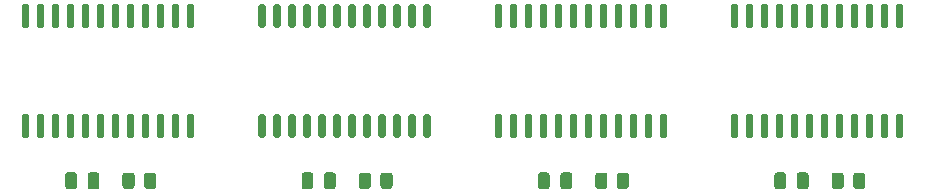
<source format=gbp>
G04 #@! TF.GenerationSoftware,KiCad,Pcbnew,(5.1.9)-1*
G04 #@! TF.CreationDate,2021-03-16T21:09:54+08:00*
G04 #@! TF.ProjectId,driver,64726976-6572-42e6-9b69-6361645f7063,v1.0*
G04 #@! TF.SameCoordinates,Original*
G04 #@! TF.FileFunction,Paste,Bot*
G04 #@! TF.FilePolarity,Positive*
%FSLAX46Y46*%
G04 Gerber Fmt 4.6, Leading zero omitted, Abs format (unit mm)*
G04 Created by KiCad (PCBNEW (5.1.9)-1) date 2021-03-16 21:09:54*
%MOMM*%
%LPD*%
G01*
G04 APERTURE LIST*
G04 APERTURE END LIST*
G36*
G01*
X112268800Y-59020402D02*
X112268800Y-58120398D01*
G75*
G02*
X112518798Y-57870400I249998J0D01*
G01*
X113043802Y-57870400D01*
G75*
G02*
X113293800Y-58120398I0J-249998D01*
G01*
X113293800Y-59020402D01*
G75*
G02*
X113043802Y-59270400I-249998J0D01*
G01*
X112518798Y-59270400D01*
G75*
G02*
X112268800Y-59020402I0J249998D01*
G01*
G37*
G36*
G01*
X110443800Y-59020402D02*
X110443800Y-58120398D01*
G75*
G02*
X110693798Y-57870400I249998J0D01*
G01*
X111218802Y-57870400D01*
G75*
G02*
X111468800Y-58120398I0J-249998D01*
G01*
X111468800Y-59020402D01*
G75*
G02*
X111218802Y-59270400I-249998J0D01*
G01*
X110693798Y-59270400D01*
G75*
G02*
X110443800Y-59020402I0J249998D01*
G01*
G37*
G36*
G01*
X82077000Y-52899000D02*
X82377000Y-52899000D01*
G75*
G02*
X82527000Y-53049000I0J-150000D01*
G01*
X82527000Y-54799000D01*
G75*
G02*
X82377000Y-54949000I-150000J0D01*
G01*
X82077000Y-54949000D01*
G75*
G02*
X81927000Y-54799000I0J150000D01*
G01*
X81927000Y-53049000D01*
G75*
G02*
X82077000Y-52899000I150000J0D01*
G01*
G37*
G36*
G01*
X83347000Y-52899000D02*
X83647000Y-52899000D01*
G75*
G02*
X83797000Y-53049000I0J-150000D01*
G01*
X83797000Y-54799000D01*
G75*
G02*
X83647000Y-54949000I-150000J0D01*
G01*
X83347000Y-54949000D01*
G75*
G02*
X83197000Y-54799000I0J150000D01*
G01*
X83197000Y-53049000D01*
G75*
G02*
X83347000Y-52899000I150000J0D01*
G01*
G37*
G36*
G01*
X84617000Y-52899000D02*
X84917000Y-52899000D01*
G75*
G02*
X85067000Y-53049000I0J-150000D01*
G01*
X85067000Y-54799000D01*
G75*
G02*
X84917000Y-54949000I-150000J0D01*
G01*
X84617000Y-54949000D01*
G75*
G02*
X84467000Y-54799000I0J150000D01*
G01*
X84467000Y-53049000D01*
G75*
G02*
X84617000Y-52899000I150000J0D01*
G01*
G37*
G36*
G01*
X85887000Y-52899000D02*
X86187000Y-52899000D01*
G75*
G02*
X86337000Y-53049000I0J-150000D01*
G01*
X86337000Y-54799000D01*
G75*
G02*
X86187000Y-54949000I-150000J0D01*
G01*
X85887000Y-54949000D01*
G75*
G02*
X85737000Y-54799000I0J150000D01*
G01*
X85737000Y-53049000D01*
G75*
G02*
X85887000Y-52899000I150000J0D01*
G01*
G37*
G36*
G01*
X87157000Y-52899000D02*
X87457000Y-52899000D01*
G75*
G02*
X87607000Y-53049000I0J-150000D01*
G01*
X87607000Y-54799000D01*
G75*
G02*
X87457000Y-54949000I-150000J0D01*
G01*
X87157000Y-54949000D01*
G75*
G02*
X87007000Y-54799000I0J150000D01*
G01*
X87007000Y-53049000D01*
G75*
G02*
X87157000Y-52899000I150000J0D01*
G01*
G37*
G36*
G01*
X88427000Y-52899000D02*
X88727000Y-52899000D01*
G75*
G02*
X88877000Y-53049000I0J-150000D01*
G01*
X88877000Y-54799000D01*
G75*
G02*
X88727000Y-54949000I-150000J0D01*
G01*
X88427000Y-54949000D01*
G75*
G02*
X88277000Y-54799000I0J150000D01*
G01*
X88277000Y-53049000D01*
G75*
G02*
X88427000Y-52899000I150000J0D01*
G01*
G37*
G36*
G01*
X89697000Y-52899000D02*
X89997000Y-52899000D01*
G75*
G02*
X90147000Y-53049000I0J-150000D01*
G01*
X90147000Y-54799000D01*
G75*
G02*
X89997000Y-54949000I-150000J0D01*
G01*
X89697000Y-54949000D01*
G75*
G02*
X89547000Y-54799000I0J150000D01*
G01*
X89547000Y-53049000D01*
G75*
G02*
X89697000Y-52899000I150000J0D01*
G01*
G37*
G36*
G01*
X90967000Y-52899000D02*
X91267000Y-52899000D01*
G75*
G02*
X91417000Y-53049000I0J-150000D01*
G01*
X91417000Y-54799000D01*
G75*
G02*
X91267000Y-54949000I-150000J0D01*
G01*
X90967000Y-54949000D01*
G75*
G02*
X90817000Y-54799000I0J150000D01*
G01*
X90817000Y-53049000D01*
G75*
G02*
X90967000Y-52899000I150000J0D01*
G01*
G37*
G36*
G01*
X92237000Y-52899000D02*
X92537000Y-52899000D01*
G75*
G02*
X92687000Y-53049000I0J-150000D01*
G01*
X92687000Y-54799000D01*
G75*
G02*
X92537000Y-54949000I-150000J0D01*
G01*
X92237000Y-54949000D01*
G75*
G02*
X92087000Y-54799000I0J150000D01*
G01*
X92087000Y-53049000D01*
G75*
G02*
X92237000Y-52899000I150000J0D01*
G01*
G37*
G36*
G01*
X93507000Y-52899000D02*
X93807000Y-52899000D01*
G75*
G02*
X93957000Y-53049000I0J-150000D01*
G01*
X93957000Y-54799000D01*
G75*
G02*
X93807000Y-54949000I-150000J0D01*
G01*
X93507000Y-54949000D01*
G75*
G02*
X93357000Y-54799000I0J150000D01*
G01*
X93357000Y-53049000D01*
G75*
G02*
X93507000Y-52899000I150000J0D01*
G01*
G37*
G36*
G01*
X94777000Y-52899000D02*
X95077000Y-52899000D01*
G75*
G02*
X95227000Y-53049000I0J-150000D01*
G01*
X95227000Y-54799000D01*
G75*
G02*
X95077000Y-54949000I-150000J0D01*
G01*
X94777000Y-54949000D01*
G75*
G02*
X94627000Y-54799000I0J150000D01*
G01*
X94627000Y-53049000D01*
G75*
G02*
X94777000Y-52899000I150000J0D01*
G01*
G37*
G36*
G01*
X96047000Y-52899000D02*
X96347000Y-52899000D01*
G75*
G02*
X96497000Y-53049000I0J-150000D01*
G01*
X96497000Y-54799000D01*
G75*
G02*
X96347000Y-54949000I-150000J0D01*
G01*
X96047000Y-54949000D01*
G75*
G02*
X95897000Y-54799000I0J150000D01*
G01*
X95897000Y-53049000D01*
G75*
G02*
X96047000Y-52899000I150000J0D01*
G01*
G37*
G36*
G01*
X96047000Y-43599000D02*
X96347000Y-43599000D01*
G75*
G02*
X96497000Y-43749000I0J-150000D01*
G01*
X96497000Y-45499000D01*
G75*
G02*
X96347000Y-45649000I-150000J0D01*
G01*
X96047000Y-45649000D01*
G75*
G02*
X95897000Y-45499000I0J150000D01*
G01*
X95897000Y-43749000D01*
G75*
G02*
X96047000Y-43599000I150000J0D01*
G01*
G37*
G36*
G01*
X94777000Y-43599000D02*
X95077000Y-43599000D01*
G75*
G02*
X95227000Y-43749000I0J-150000D01*
G01*
X95227000Y-45499000D01*
G75*
G02*
X95077000Y-45649000I-150000J0D01*
G01*
X94777000Y-45649000D01*
G75*
G02*
X94627000Y-45499000I0J150000D01*
G01*
X94627000Y-43749000D01*
G75*
G02*
X94777000Y-43599000I150000J0D01*
G01*
G37*
G36*
G01*
X93507000Y-43599000D02*
X93807000Y-43599000D01*
G75*
G02*
X93957000Y-43749000I0J-150000D01*
G01*
X93957000Y-45499000D01*
G75*
G02*
X93807000Y-45649000I-150000J0D01*
G01*
X93507000Y-45649000D01*
G75*
G02*
X93357000Y-45499000I0J150000D01*
G01*
X93357000Y-43749000D01*
G75*
G02*
X93507000Y-43599000I150000J0D01*
G01*
G37*
G36*
G01*
X92237000Y-43599000D02*
X92537000Y-43599000D01*
G75*
G02*
X92687000Y-43749000I0J-150000D01*
G01*
X92687000Y-45499000D01*
G75*
G02*
X92537000Y-45649000I-150000J0D01*
G01*
X92237000Y-45649000D01*
G75*
G02*
X92087000Y-45499000I0J150000D01*
G01*
X92087000Y-43749000D01*
G75*
G02*
X92237000Y-43599000I150000J0D01*
G01*
G37*
G36*
G01*
X90967000Y-43599000D02*
X91267000Y-43599000D01*
G75*
G02*
X91417000Y-43749000I0J-150000D01*
G01*
X91417000Y-45499000D01*
G75*
G02*
X91267000Y-45649000I-150000J0D01*
G01*
X90967000Y-45649000D01*
G75*
G02*
X90817000Y-45499000I0J150000D01*
G01*
X90817000Y-43749000D01*
G75*
G02*
X90967000Y-43599000I150000J0D01*
G01*
G37*
G36*
G01*
X89697000Y-43599000D02*
X89997000Y-43599000D01*
G75*
G02*
X90147000Y-43749000I0J-150000D01*
G01*
X90147000Y-45499000D01*
G75*
G02*
X89997000Y-45649000I-150000J0D01*
G01*
X89697000Y-45649000D01*
G75*
G02*
X89547000Y-45499000I0J150000D01*
G01*
X89547000Y-43749000D01*
G75*
G02*
X89697000Y-43599000I150000J0D01*
G01*
G37*
G36*
G01*
X88427000Y-43599000D02*
X88727000Y-43599000D01*
G75*
G02*
X88877000Y-43749000I0J-150000D01*
G01*
X88877000Y-45499000D01*
G75*
G02*
X88727000Y-45649000I-150000J0D01*
G01*
X88427000Y-45649000D01*
G75*
G02*
X88277000Y-45499000I0J150000D01*
G01*
X88277000Y-43749000D01*
G75*
G02*
X88427000Y-43599000I150000J0D01*
G01*
G37*
G36*
G01*
X87157000Y-43599000D02*
X87457000Y-43599000D01*
G75*
G02*
X87607000Y-43749000I0J-150000D01*
G01*
X87607000Y-45499000D01*
G75*
G02*
X87457000Y-45649000I-150000J0D01*
G01*
X87157000Y-45649000D01*
G75*
G02*
X87007000Y-45499000I0J150000D01*
G01*
X87007000Y-43749000D01*
G75*
G02*
X87157000Y-43599000I150000J0D01*
G01*
G37*
G36*
G01*
X85887000Y-43599000D02*
X86187000Y-43599000D01*
G75*
G02*
X86337000Y-43749000I0J-150000D01*
G01*
X86337000Y-45499000D01*
G75*
G02*
X86187000Y-45649000I-150000J0D01*
G01*
X85887000Y-45649000D01*
G75*
G02*
X85737000Y-45499000I0J150000D01*
G01*
X85737000Y-43749000D01*
G75*
G02*
X85887000Y-43599000I150000J0D01*
G01*
G37*
G36*
G01*
X84617000Y-43599000D02*
X84917000Y-43599000D01*
G75*
G02*
X85067000Y-43749000I0J-150000D01*
G01*
X85067000Y-45499000D01*
G75*
G02*
X84917000Y-45649000I-150000J0D01*
G01*
X84617000Y-45649000D01*
G75*
G02*
X84467000Y-45499000I0J150000D01*
G01*
X84467000Y-43749000D01*
G75*
G02*
X84617000Y-43599000I150000J0D01*
G01*
G37*
G36*
G01*
X83347000Y-43599000D02*
X83647000Y-43599000D01*
G75*
G02*
X83797000Y-43749000I0J-150000D01*
G01*
X83797000Y-45499000D01*
G75*
G02*
X83647000Y-45649000I-150000J0D01*
G01*
X83347000Y-45649000D01*
G75*
G02*
X83197000Y-45499000I0J150000D01*
G01*
X83197000Y-43749000D01*
G75*
G02*
X83347000Y-43599000I150000J0D01*
G01*
G37*
G36*
G01*
X82077000Y-43599000D02*
X82377000Y-43599000D01*
G75*
G02*
X82527000Y-43749000I0J-150000D01*
G01*
X82527000Y-45499000D01*
G75*
G02*
X82377000Y-45649000I-150000J0D01*
G01*
X82077000Y-45649000D01*
G75*
G02*
X81927000Y-45499000I0J150000D01*
G01*
X81927000Y-43749000D01*
G75*
G02*
X82077000Y-43599000I150000J0D01*
G01*
G37*
G36*
G01*
X92253600Y-59020402D02*
X92253600Y-58120398D01*
G75*
G02*
X92503598Y-57870400I249998J0D01*
G01*
X93028602Y-57870400D01*
G75*
G02*
X93278600Y-58120398I0J-249998D01*
G01*
X93278600Y-59020402D01*
G75*
G02*
X93028602Y-59270400I-249998J0D01*
G01*
X92503598Y-59270400D01*
G75*
G02*
X92253600Y-59020402I0J249998D01*
G01*
G37*
G36*
G01*
X90428600Y-59020402D02*
X90428600Y-58120398D01*
G75*
G02*
X90678598Y-57870400I249998J0D01*
G01*
X91203602Y-57870400D01*
G75*
G02*
X91453600Y-58120398I0J-249998D01*
G01*
X91453600Y-59020402D01*
G75*
G02*
X91203602Y-59270400I-249998J0D01*
G01*
X90678598Y-59270400D01*
G75*
G02*
X90428600Y-59020402I0J249998D01*
G01*
G37*
G36*
G01*
X102092200Y-52899000D02*
X102392200Y-52899000D01*
G75*
G02*
X102542200Y-53049000I0J-150000D01*
G01*
X102542200Y-54799000D01*
G75*
G02*
X102392200Y-54949000I-150000J0D01*
G01*
X102092200Y-54949000D01*
G75*
G02*
X101942200Y-54799000I0J150000D01*
G01*
X101942200Y-53049000D01*
G75*
G02*
X102092200Y-52899000I150000J0D01*
G01*
G37*
G36*
G01*
X103362200Y-52899000D02*
X103662200Y-52899000D01*
G75*
G02*
X103812200Y-53049000I0J-150000D01*
G01*
X103812200Y-54799000D01*
G75*
G02*
X103662200Y-54949000I-150000J0D01*
G01*
X103362200Y-54949000D01*
G75*
G02*
X103212200Y-54799000I0J150000D01*
G01*
X103212200Y-53049000D01*
G75*
G02*
X103362200Y-52899000I150000J0D01*
G01*
G37*
G36*
G01*
X104632200Y-52899000D02*
X104932200Y-52899000D01*
G75*
G02*
X105082200Y-53049000I0J-150000D01*
G01*
X105082200Y-54799000D01*
G75*
G02*
X104932200Y-54949000I-150000J0D01*
G01*
X104632200Y-54949000D01*
G75*
G02*
X104482200Y-54799000I0J150000D01*
G01*
X104482200Y-53049000D01*
G75*
G02*
X104632200Y-52899000I150000J0D01*
G01*
G37*
G36*
G01*
X105902200Y-52899000D02*
X106202200Y-52899000D01*
G75*
G02*
X106352200Y-53049000I0J-150000D01*
G01*
X106352200Y-54799000D01*
G75*
G02*
X106202200Y-54949000I-150000J0D01*
G01*
X105902200Y-54949000D01*
G75*
G02*
X105752200Y-54799000I0J150000D01*
G01*
X105752200Y-53049000D01*
G75*
G02*
X105902200Y-52899000I150000J0D01*
G01*
G37*
G36*
G01*
X107172200Y-52899000D02*
X107472200Y-52899000D01*
G75*
G02*
X107622200Y-53049000I0J-150000D01*
G01*
X107622200Y-54799000D01*
G75*
G02*
X107472200Y-54949000I-150000J0D01*
G01*
X107172200Y-54949000D01*
G75*
G02*
X107022200Y-54799000I0J150000D01*
G01*
X107022200Y-53049000D01*
G75*
G02*
X107172200Y-52899000I150000J0D01*
G01*
G37*
G36*
G01*
X108442200Y-52899000D02*
X108742200Y-52899000D01*
G75*
G02*
X108892200Y-53049000I0J-150000D01*
G01*
X108892200Y-54799000D01*
G75*
G02*
X108742200Y-54949000I-150000J0D01*
G01*
X108442200Y-54949000D01*
G75*
G02*
X108292200Y-54799000I0J150000D01*
G01*
X108292200Y-53049000D01*
G75*
G02*
X108442200Y-52899000I150000J0D01*
G01*
G37*
G36*
G01*
X109712200Y-52899000D02*
X110012200Y-52899000D01*
G75*
G02*
X110162200Y-53049000I0J-150000D01*
G01*
X110162200Y-54799000D01*
G75*
G02*
X110012200Y-54949000I-150000J0D01*
G01*
X109712200Y-54949000D01*
G75*
G02*
X109562200Y-54799000I0J150000D01*
G01*
X109562200Y-53049000D01*
G75*
G02*
X109712200Y-52899000I150000J0D01*
G01*
G37*
G36*
G01*
X110982200Y-52899000D02*
X111282200Y-52899000D01*
G75*
G02*
X111432200Y-53049000I0J-150000D01*
G01*
X111432200Y-54799000D01*
G75*
G02*
X111282200Y-54949000I-150000J0D01*
G01*
X110982200Y-54949000D01*
G75*
G02*
X110832200Y-54799000I0J150000D01*
G01*
X110832200Y-53049000D01*
G75*
G02*
X110982200Y-52899000I150000J0D01*
G01*
G37*
G36*
G01*
X112252200Y-52899000D02*
X112552200Y-52899000D01*
G75*
G02*
X112702200Y-53049000I0J-150000D01*
G01*
X112702200Y-54799000D01*
G75*
G02*
X112552200Y-54949000I-150000J0D01*
G01*
X112252200Y-54949000D01*
G75*
G02*
X112102200Y-54799000I0J150000D01*
G01*
X112102200Y-53049000D01*
G75*
G02*
X112252200Y-52899000I150000J0D01*
G01*
G37*
G36*
G01*
X113522200Y-52899000D02*
X113822200Y-52899000D01*
G75*
G02*
X113972200Y-53049000I0J-150000D01*
G01*
X113972200Y-54799000D01*
G75*
G02*
X113822200Y-54949000I-150000J0D01*
G01*
X113522200Y-54949000D01*
G75*
G02*
X113372200Y-54799000I0J150000D01*
G01*
X113372200Y-53049000D01*
G75*
G02*
X113522200Y-52899000I150000J0D01*
G01*
G37*
G36*
G01*
X114792200Y-52899000D02*
X115092200Y-52899000D01*
G75*
G02*
X115242200Y-53049000I0J-150000D01*
G01*
X115242200Y-54799000D01*
G75*
G02*
X115092200Y-54949000I-150000J0D01*
G01*
X114792200Y-54949000D01*
G75*
G02*
X114642200Y-54799000I0J150000D01*
G01*
X114642200Y-53049000D01*
G75*
G02*
X114792200Y-52899000I150000J0D01*
G01*
G37*
G36*
G01*
X116062200Y-52899000D02*
X116362200Y-52899000D01*
G75*
G02*
X116512200Y-53049000I0J-150000D01*
G01*
X116512200Y-54799000D01*
G75*
G02*
X116362200Y-54949000I-150000J0D01*
G01*
X116062200Y-54949000D01*
G75*
G02*
X115912200Y-54799000I0J150000D01*
G01*
X115912200Y-53049000D01*
G75*
G02*
X116062200Y-52899000I150000J0D01*
G01*
G37*
G36*
G01*
X116062200Y-43599000D02*
X116362200Y-43599000D01*
G75*
G02*
X116512200Y-43749000I0J-150000D01*
G01*
X116512200Y-45499000D01*
G75*
G02*
X116362200Y-45649000I-150000J0D01*
G01*
X116062200Y-45649000D01*
G75*
G02*
X115912200Y-45499000I0J150000D01*
G01*
X115912200Y-43749000D01*
G75*
G02*
X116062200Y-43599000I150000J0D01*
G01*
G37*
G36*
G01*
X114792200Y-43599000D02*
X115092200Y-43599000D01*
G75*
G02*
X115242200Y-43749000I0J-150000D01*
G01*
X115242200Y-45499000D01*
G75*
G02*
X115092200Y-45649000I-150000J0D01*
G01*
X114792200Y-45649000D01*
G75*
G02*
X114642200Y-45499000I0J150000D01*
G01*
X114642200Y-43749000D01*
G75*
G02*
X114792200Y-43599000I150000J0D01*
G01*
G37*
G36*
G01*
X113522200Y-43599000D02*
X113822200Y-43599000D01*
G75*
G02*
X113972200Y-43749000I0J-150000D01*
G01*
X113972200Y-45499000D01*
G75*
G02*
X113822200Y-45649000I-150000J0D01*
G01*
X113522200Y-45649000D01*
G75*
G02*
X113372200Y-45499000I0J150000D01*
G01*
X113372200Y-43749000D01*
G75*
G02*
X113522200Y-43599000I150000J0D01*
G01*
G37*
G36*
G01*
X112252200Y-43599000D02*
X112552200Y-43599000D01*
G75*
G02*
X112702200Y-43749000I0J-150000D01*
G01*
X112702200Y-45499000D01*
G75*
G02*
X112552200Y-45649000I-150000J0D01*
G01*
X112252200Y-45649000D01*
G75*
G02*
X112102200Y-45499000I0J150000D01*
G01*
X112102200Y-43749000D01*
G75*
G02*
X112252200Y-43599000I150000J0D01*
G01*
G37*
G36*
G01*
X110982200Y-43599000D02*
X111282200Y-43599000D01*
G75*
G02*
X111432200Y-43749000I0J-150000D01*
G01*
X111432200Y-45499000D01*
G75*
G02*
X111282200Y-45649000I-150000J0D01*
G01*
X110982200Y-45649000D01*
G75*
G02*
X110832200Y-45499000I0J150000D01*
G01*
X110832200Y-43749000D01*
G75*
G02*
X110982200Y-43599000I150000J0D01*
G01*
G37*
G36*
G01*
X109712200Y-43599000D02*
X110012200Y-43599000D01*
G75*
G02*
X110162200Y-43749000I0J-150000D01*
G01*
X110162200Y-45499000D01*
G75*
G02*
X110012200Y-45649000I-150000J0D01*
G01*
X109712200Y-45649000D01*
G75*
G02*
X109562200Y-45499000I0J150000D01*
G01*
X109562200Y-43749000D01*
G75*
G02*
X109712200Y-43599000I150000J0D01*
G01*
G37*
G36*
G01*
X108442200Y-43599000D02*
X108742200Y-43599000D01*
G75*
G02*
X108892200Y-43749000I0J-150000D01*
G01*
X108892200Y-45499000D01*
G75*
G02*
X108742200Y-45649000I-150000J0D01*
G01*
X108442200Y-45649000D01*
G75*
G02*
X108292200Y-45499000I0J150000D01*
G01*
X108292200Y-43749000D01*
G75*
G02*
X108442200Y-43599000I150000J0D01*
G01*
G37*
G36*
G01*
X107172200Y-43599000D02*
X107472200Y-43599000D01*
G75*
G02*
X107622200Y-43749000I0J-150000D01*
G01*
X107622200Y-45499000D01*
G75*
G02*
X107472200Y-45649000I-150000J0D01*
G01*
X107172200Y-45649000D01*
G75*
G02*
X107022200Y-45499000I0J150000D01*
G01*
X107022200Y-43749000D01*
G75*
G02*
X107172200Y-43599000I150000J0D01*
G01*
G37*
G36*
G01*
X105902200Y-43599000D02*
X106202200Y-43599000D01*
G75*
G02*
X106352200Y-43749000I0J-150000D01*
G01*
X106352200Y-45499000D01*
G75*
G02*
X106202200Y-45649000I-150000J0D01*
G01*
X105902200Y-45649000D01*
G75*
G02*
X105752200Y-45499000I0J150000D01*
G01*
X105752200Y-43749000D01*
G75*
G02*
X105902200Y-43599000I150000J0D01*
G01*
G37*
G36*
G01*
X104632200Y-43599000D02*
X104932200Y-43599000D01*
G75*
G02*
X105082200Y-43749000I0J-150000D01*
G01*
X105082200Y-45499000D01*
G75*
G02*
X104932200Y-45649000I-150000J0D01*
G01*
X104632200Y-45649000D01*
G75*
G02*
X104482200Y-45499000I0J150000D01*
G01*
X104482200Y-43749000D01*
G75*
G02*
X104632200Y-43599000I150000J0D01*
G01*
G37*
G36*
G01*
X103362200Y-43599000D02*
X103662200Y-43599000D01*
G75*
G02*
X103812200Y-43749000I0J-150000D01*
G01*
X103812200Y-45499000D01*
G75*
G02*
X103662200Y-45649000I-150000J0D01*
G01*
X103362200Y-45649000D01*
G75*
G02*
X103212200Y-45499000I0J150000D01*
G01*
X103212200Y-43749000D01*
G75*
G02*
X103362200Y-43599000I150000J0D01*
G01*
G37*
G36*
G01*
X102092200Y-43599000D02*
X102392200Y-43599000D01*
G75*
G02*
X102542200Y-43749000I0J-150000D01*
G01*
X102542200Y-45499000D01*
G75*
G02*
X102392200Y-45649000I-150000J0D01*
G01*
X102092200Y-45649000D01*
G75*
G02*
X101942200Y-45499000I0J150000D01*
G01*
X101942200Y-43749000D01*
G75*
G02*
X102092200Y-43599000I150000J0D01*
G01*
G37*
G36*
G01*
X106592800Y-58095400D02*
X106592800Y-59045400D01*
G75*
G02*
X106342800Y-59295400I-250000J0D01*
G01*
X105842800Y-59295400D01*
G75*
G02*
X105592800Y-59045400I0J250000D01*
G01*
X105592800Y-58095400D01*
G75*
G02*
X105842800Y-57845400I250000J0D01*
G01*
X106342800Y-57845400D01*
G75*
G02*
X106592800Y-58095400I0J-250000D01*
G01*
G37*
G36*
G01*
X108492800Y-58095400D02*
X108492800Y-59045400D01*
G75*
G02*
X108242800Y-59295400I-250000J0D01*
G01*
X107742800Y-59295400D01*
G75*
G02*
X107492800Y-59045400I0J250000D01*
G01*
X107492800Y-58095400D01*
G75*
G02*
X107742800Y-57845400I250000J0D01*
G01*
X108242800Y-57845400D01*
G75*
G02*
X108492800Y-58095400I0J-250000D01*
G01*
G37*
G36*
G01*
X86577600Y-58095400D02*
X86577600Y-59045400D01*
G75*
G02*
X86327600Y-59295400I-250000J0D01*
G01*
X85827600Y-59295400D01*
G75*
G02*
X85577600Y-59045400I0J250000D01*
G01*
X85577600Y-58095400D01*
G75*
G02*
X85827600Y-57845400I250000J0D01*
G01*
X86327600Y-57845400D01*
G75*
G02*
X86577600Y-58095400I0J-250000D01*
G01*
G37*
G36*
G01*
X88477600Y-58095400D02*
X88477600Y-59045400D01*
G75*
G02*
X88227600Y-59295400I-250000J0D01*
G01*
X87727600Y-59295400D01*
G75*
G02*
X87477600Y-59045400I0J250000D01*
G01*
X87477600Y-58095400D01*
G75*
G02*
X87727600Y-57845400I250000J0D01*
G01*
X88227600Y-57845400D01*
G75*
G02*
X88477600Y-58095400I0J-250000D01*
G01*
G37*
G36*
G01*
X42046600Y-52899000D02*
X42346600Y-52899000D01*
G75*
G02*
X42496600Y-53049000I0J-150000D01*
G01*
X42496600Y-54799000D01*
G75*
G02*
X42346600Y-54949000I-150000J0D01*
G01*
X42046600Y-54949000D01*
G75*
G02*
X41896600Y-54799000I0J150000D01*
G01*
X41896600Y-53049000D01*
G75*
G02*
X42046600Y-52899000I150000J0D01*
G01*
G37*
G36*
G01*
X43316600Y-52899000D02*
X43616600Y-52899000D01*
G75*
G02*
X43766600Y-53049000I0J-150000D01*
G01*
X43766600Y-54799000D01*
G75*
G02*
X43616600Y-54949000I-150000J0D01*
G01*
X43316600Y-54949000D01*
G75*
G02*
X43166600Y-54799000I0J150000D01*
G01*
X43166600Y-53049000D01*
G75*
G02*
X43316600Y-52899000I150000J0D01*
G01*
G37*
G36*
G01*
X44586600Y-52899000D02*
X44886600Y-52899000D01*
G75*
G02*
X45036600Y-53049000I0J-150000D01*
G01*
X45036600Y-54799000D01*
G75*
G02*
X44886600Y-54949000I-150000J0D01*
G01*
X44586600Y-54949000D01*
G75*
G02*
X44436600Y-54799000I0J150000D01*
G01*
X44436600Y-53049000D01*
G75*
G02*
X44586600Y-52899000I150000J0D01*
G01*
G37*
G36*
G01*
X45856600Y-52899000D02*
X46156600Y-52899000D01*
G75*
G02*
X46306600Y-53049000I0J-150000D01*
G01*
X46306600Y-54799000D01*
G75*
G02*
X46156600Y-54949000I-150000J0D01*
G01*
X45856600Y-54949000D01*
G75*
G02*
X45706600Y-54799000I0J150000D01*
G01*
X45706600Y-53049000D01*
G75*
G02*
X45856600Y-52899000I150000J0D01*
G01*
G37*
G36*
G01*
X47126600Y-52899000D02*
X47426600Y-52899000D01*
G75*
G02*
X47576600Y-53049000I0J-150000D01*
G01*
X47576600Y-54799000D01*
G75*
G02*
X47426600Y-54949000I-150000J0D01*
G01*
X47126600Y-54949000D01*
G75*
G02*
X46976600Y-54799000I0J150000D01*
G01*
X46976600Y-53049000D01*
G75*
G02*
X47126600Y-52899000I150000J0D01*
G01*
G37*
G36*
G01*
X48396600Y-52899000D02*
X48696600Y-52899000D01*
G75*
G02*
X48846600Y-53049000I0J-150000D01*
G01*
X48846600Y-54799000D01*
G75*
G02*
X48696600Y-54949000I-150000J0D01*
G01*
X48396600Y-54949000D01*
G75*
G02*
X48246600Y-54799000I0J150000D01*
G01*
X48246600Y-53049000D01*
G75*
G02*
X48396600Y-52899000I150000J0D01*
G01*
G37*
G36*
G01*
X49666600Y-52899000D02*
X49966600Y-52899000D01*
G75*
G02*
X50116600Y-53049000I0J-150000D01*
G01*
X50116600Y-54799000D01*
G75*
G02*
X49966600Y-54949000I-150000J0D01*
G01*
X49666600Y-54949000D01*
G75*
G02*
X49516600Y-54799000I0J150000D01*
G01*
X49516600Y-53049000D01*
G75*
G02*
X49666600Y-52899000I150000J0D01*
G01*
G37*
G36*
G01*
X50936600Y-52899000D02*
X51236600Y-52899000D01*
G75*
G02*
X51386600Y-53049000I0J-150000D01*
G01*
X51386600Y-54799000D01*
G75*
G02*
X51236600Y-54949000I-150000J0D01*
G01*
X50936600Y-54949000D01*
G75*
G02*
X50786600Y-54799000I0J150000D01*
G01*
X50786600Y-53049000D01*
G75*
G02*
X50936600Y-52899000I150000J0D01*
G01*
G37*
G36*
G01*
X52206600Y-52899000D02*
X52506600Y-52899000D01*
G75*
G02*
X52656600Y-53049000I0J-150000D01*
G01*
X52656600Y-54799000D01*
G75*
G02*
X52506600Y-54949000I-150000J0D01*
G01*
X52206600Y-54949000D01*
G75*
G02*
X52056600Y-54799000I0J150000D01*
G01*
X52056600Y-53049000D01*
G75*
G02*
X52206600Y-52899000I150000J0D01*
G01*
G37*
G36*
G01*
X53476600Y-52899000D02*
X53776600Y-52899000D01*
G75*
G02*
X53926600Y-53049000I0J-150000D01*
G01*
X53926600Y-54799000D01*
G75*
G02*
X53776600Y-54949000I-150000J0D01*
G01*
X53476600Y-54949000D01*
G75*
G02*
X53326600Y-54799000I0J150000D01*
G01*
X53326600Y-53049000D01*
G75*
G02*
X53476600Y-52899000I150000J0D01*
G01*
G37*
G36*
G01*
X54746600Y-52899000D02*
X55046600Y-52899000D01*
G75*
G02*
X55196600Y-53049000I0J-150000D01*
G01*
X55196600Y-54799000D01*
G75*
G02*
X55046600Y-54949000I-150000J0D01*
G01*
X54746600Y-54949000D01*
G75*
G02*
X54596600Y-54799000I0J150000D01*
G01*
X54596600Y-53049000D01*
G75*
G02*
X54746600Y-52899000I150000J0D01*
G01*
G37*
G36*
G01*
X56016600Y-52899000D02*
X56316600Y-52899000D01*
G75*
G02*
X56466600Y-53049000I0J-150000D01*
G01*
X56466600Y-54799000D01*
G75*
G02*
X56316600Y-54949000I-150000J0D01*
G01*
X56016600Y-54949000D01*
G75*
G02*
X55866600Y-54799000I0J150000D01*
G01*
X55866600Y-53049000D01*
G75*
G02*
X56016600Y-52899000I150000J0D01*
G01*
G37*
G36*
G01*
X56016600Y-43599000D02*
X56316600Y-43599000D01*
G75*
G02*
X56466600Y-43749000I0J-150000D01*
G01*
X56466600Y-45499000D01*
G75*
G02*
X56316600Y-45649000I-150000J0D01*
G01*
X56016600Y-45649000D01*
G75*
G02*
X55866600Y-45499000I0J150000D01*
G01*
X55866600Y-43749000D01*
G75*
G02*
X56016600Y-43599000I150000J0D01*
G01*
G37*
G36*
G01*
X54746600Y-43599000D02*
X55046600Y-43599000D01*
G75*
G02*
X55196600Y-43749000I0J-150000D01*
G01*
X55196600Y-45499000D01*
G75*
G02*
X55046600Y-45649000I-150000J0D01*
G01*
X54746600Y-45649000D01*
G75*
G02*
X54596600Y-45499000I0J150000D01*
G01*
X54596600Y-43749000D01*
G75*
G02*
X54746600Y-43599000I150000J0D01*
G01*
G37*
G36*
G01*
X53476600Y-43599000D02*
X53776600Y-43599000D01*
G75*
G02*
X53926600Y-43749000I0J-150000D01*
G01*
X53926600Y-45499000D01*
G75*
G02*
X53776600Y-45649000I-150000J0D01*
G01*
X53476600Y-45649000D01*
G75*
G02*
X53326600Y-45499000I0J150000D01*
G01*
X53326600Y-43749000D01*
G75*
G02*
X53476600Y-43599000I150000J0D01*
G01*
G37*
G36*
G01*
X52206600Y-43599000D02*
X52506600Y-43599000D01*
G75*
G02*
X52656600Y-43749000I0J-150000D01*
G01*
X52656600Y-45499000D01*
G75*
G02*
X52506600Y-45649000I-150000J0D01*
G01*
X52206600Y-45649000D01*
G75*
G02*
X52056600Y-45499000I0J150000D01*
G01*
X52056600Y-43749000D01*
G75*
G02*
X52206600Y-43599000I150000J0D01*
G01*
G37*
G36*
G01*
X50936600Y-43599000D02*
X51236600Y-43599000D01*
G75*
G02*
X51386600Y-43749000I0J-150000D01*
G01*
X51386600Y-45499000D01*
G75*
G02*
X51236600Y-45649000I-150000J0D01*
G01*
X50936600Y-45649000D01*
G75*
G02*
X50786600Y-45499000I0J150000D01*
G01*
X50786600Y-43749000D01*
G75*
G02*
X50936600Y-43599000I150000J0D01*
G01*
G37*
G36*
G01*
X49666600Y-43599000D02*
X49966600Y-43599000D01*
G75*
G02*
X50116600Y-43749000I0J-150000D01*
G01*
X50116600Y-45499000D01*
G75*
G02*
X49966600Y-45649000I-150000J0D01*
G01*
X49666600Y-45649000D01*
G75*
G02*
X49516600Y-45499000I0J150000D01*
G01*
X49516600Y-43749000D01*
G75*
G02*
X49666600Y-43599000I150000J0D01*
G01*
G37*
G36*
G01*
X48396600Y-43599000D02*
X48696600Y-43599000D01*
G75*
G02*
X48846600Y-43749000I0J-150000D01*
G01*
X48846600Y-45499000D01*
G75*
G02*
X48696600Y-45649000I-150000J0D01*
G01*
X48396600Y-45649000D01*
G75*
G02*
X48246600Y-45499000I0J150000D01*
G01*
X48246600Y-43749000D01*
G75*
G02*
X48396600Y-43599000I150000J0D01*
G01*
G37*
G36*
G01*
X47126600Y-43599000D02*
X47426600Y-43599000D01*
G75*
G02*
X47576600Y-43749000I0J-150000D01*
G01*
X47576600Y-45499000D01*
G75*
G02*
X47426600Y-45649000I-150000J0D01*
G01*
X47126600Y-45649000D01*
G75*
G02*
X46976600Y-45499000I0J150000D01*
G01*
X46976600Y-43749000D01*
G75*
G02*
X47126600Y-43599000I150000J0D01*
G01*
G37*
G36*
G01*
X45856600Y-43599000D02*
X46156600Y-43599000D01*
G75*
G02*
X46306600Y-43749000I0J-150000D01*
G01*
X46306600Y-45499000D01*
G75*
G02*
X46156600Y-45649000I-150000J0D01*
G01*
X45856600Y-45649000D01*
G75*
G02*
X45706600Y-45499000I0J150000D01*
G01*
X45706600Y-43749000D01*
G75*
G02*
X45856600Y-43599000I150000J0D01*
G01*
G37*
G36*
G01*
X44586600Y-43599000D02*
X44886600Y-43599000D01*
G75*
G02*
X45036600Y-43749000I0J-150000D01*
G01*
X45036600Y-45499000D01*
G75*
G02*
X44886600Y-45649000I-150000J0D01*
G01*
X44586600Y-45649000D01*
G75*
G02*
X44436600Y-45499000I0J150000D01*
G01*
X44436600Y-43749000D01*
G75*
G02*
X44586600Y-43599000I150000J0D01*
G01*
G37*
G36*
G01*
X43316600Y-43599000D02*
X43616600Y-43599000D01*
G75*
G02*
X43766600Y-43749000I0J-150000D01*
G01*
X43766600Y-45499000D01*
G75*
G02*
X43616600Y-45649000I-150000J0D01*
G01*
X43316600Y-45649000D01*
G75*
G02*
X43166600Y-45499000I0J150000D01*
G01*
X43166600Y-43749000D01*
G75*
G02*
X43316600Y-43599000I150000J0D01*
G01*
G37*
G36*
G01*
X42046600Y-43599000D02*
X42346600Y-43599000D01*
G75*
G02*
X42496600Y-43749000I0J-150000D01*
G01*
X42496600Y-45499000D01*
G75*
G02*
X42346600Y-45649000I-150000J0D01*
G01*
X42046600Y-45649000D01*
G75*
G02*
X41896600Y-45499000I0J150000D01*
G01*
X41896600Y-43749000D01*
G75*
G02*
X42046600Y-43599000I150000J0D01*
G01*
G37*
G36*
G01*
X72238400Y-59020402D02*
X72238400Y-58120398D01*
G75*
G02*
X72488398Y-57870400I249998J0D01*
G01*
X73013402Y-57870400D01*
G75*
G02*
X73263400Y-58120398I0J-249998D01*
G01*
X73263400Y-59020402D01*
G75*
G02*
X73013402Y-59270400I-249998J0D01*
G01*
X72488398Y-59270400D01*
G75*
G02*
X72238400Y-59020402I0J249998D01*
G01*
G37*
G36*
G01*
X70413400Y-59020402D02*
X70413400Y-58120398D01*
G75*
G02*
X70663398Y-57870400I249998J0D01*
G01*
X71188402Y-57870400D01*
G75*
G02*
X71438400Y-58120398I0J-249998D01*
G01*
X71438400Y-59020402D01*
G75*
G02*
X71188402Y-59270400I-249998J0D01*
G01*
X70663398Y-59270400D01*
G75*
G02*
X70413400Y-59020402I0J249998D01*
G01*
G37*
G36*
G01*
X52223200Y-59020402D02*
X52223200Y-58120398D01*
G75*
G02*
X52473198Y-57870400I249998J0D01*
G01*
X52998202Y-57870400D01*
G75*
G02*
X53248200Y-58120398I0J-249998D01*
G01*
X53248200Y-59020402D01*
G75*
G02*
X52998202Y-59270400I-249998J0D01*
G01*
X52473198Y-59270400D01*
G75*
G02*
X52223200Y-59020402I0J249998D01*
G01*
G37*
G36*
G01*
X50398200Y-59020402D02*
X50398200Y-58120398D01*
G75*
G02*
X50648198Y-57870400I249998J0D01*
G01*
X51173202Y-57870400D01*
G75*
G02*
X51423200Y-58120398I0J-249998D01*
G01*
X51423200Y-59020402D01*
G75*
G02*
X51173202Y-59270400I-249998J0D01*
G01*
X50648198Y-59270400D01*
G75*
G02*
X50398200Y-59020402I0J249998D01*
G01*
G37*
G36*
G01*
X62061800Y-52899000D02*
X62361800Y-52899000D01*
G75*
G02*
X62511800Y-53049000I0J-150000D01*
G01*
X62511800Y-54799000D01*
G75*
G02*
X62361800Y-54949000I-150000J0D01*
G01*
X62061800Y-54949000D01*
G75*
G02*
X61911800Y-54799000I0J150000D01*
G01*
X61911800Y-53049000D01*
G75*
G02*
X62061800Y-52899000I150000J0D01*
G01*
G37*
G36*
G01*
X63331800Y-52899000D02*
X63631800Y-52899000D01*
G75*
G02*
X63781800Y-53049000I0J-150000D01*
G01*
X63781800Y-54799000D01*
G75*
G02*
X63631800Y-54949000I-150000J0D01*
G01*
X63331800Y-54949000D01*
G75*
G02*
X63181800Y-54799000I0J150000D01*
G01*
X63181800Y-53049000D01*
G75*
G02*
X63331800Y-52899000I150000J0D01*
G01*
G37*
G36*
G01*
X64601800Y-52899000D02*
X64901800Y-52899000D01*
G75*
G02*
X65051800Y-53049000I0J-150000D01*
G01*
X65051800Y-54799000D01*
G75*
G02*
X64901800Y-54949000I-150000J0D01*
G01*
X64601800Y-54949000D01*
G75*
G02*
X64451800Y-54799000I0J150000D01*
G01*
X64451800Y-53049000D01*
G75*
G02*
X64601800Y-52899000I150000J0D01*
G01*
G37*
G36*
G01*
X65871800Y-52899000D02*
X66171800Y-52899000D01*
G75*
G02*
X66321800Y-53049000I0J-150000D01*
G01*
X66321800Y-54799000D01*
G75*
G02*
X66171800Y-54949000I-150000J0D01*
G01*
X65871800Y-54949000D01*
G75*
G02*
X65721800Y-54799000I0J150000D01*
G01*
X65721800Y-53049000D01*
G75*
G02*
X65871800Y-52899000I150000J0D01*
G01*
G37*
G36*
G01*
X67141800Y-52899000D02*
X67441800Y-52899000D01*
G75*
G02*
X67591800Y-53049000I0J-150000D01*
G01*
X67591800Y-54799000D01*
G75*
G02*
X67441800Y-54949000I-150000J0D01*
G01*
X67141800Y-54949000D01*
G75*
G02*
X66991800Y-54799000I0J150000D01*
G01*
X66991800Y-53049000D01*
G75*
G02*
X67141800Y-52899000I150000J0D01*
G01*
G37*
G36*
G01*
X68411800Y-52899000D02*
X68711800Y-52899000D01*
G75*
G02*
X68861800Y-53049000I0J-150000D01*
G01*
X68861800Y-54799000D01*
G75*
G02*
X68711800Y-54949000I-150000J0D01*
G01*
X68411800Y-54949000D01*
G75*
G02*
X68261800Y-54799000I0J150000D01*
G01*
X68261800Y-53049000D01*
G75*
G02*
X68411800Y-52899000I150000J0D01*
G01*
G37*
G36*
G01*
X69681800Y-52899000D02*
X69981800Y-52899000D01*
G75*
G02*
X70131800Y-53049000I0J-150000D01*
G01*
X70131800Y-54799000D01*
G75*
G02*
X69981800Y-54949000I-150000J0D01*
G01*
X69681800Y-54949000D01*
G75*
G02*
X69531800Y-54799000I0J150000D01*
G01*
X69531800Y-53049000D01*
G75*
G02*
X69681800Y-52899000I150000J0D01*
G01*
G37*
G36*
G01*
X70951800Y-52899000D02*
X71251800Y-52899000D01*
G75*
G02*
X71401800Y-53049000I0J-150000D01*
G01*
X71401800Y-54799000D01*
G75*
G02*
X71251800Y-54949000I-150000J0D01*
G01*
X70951800Y-54949000D01*
G75*
G02*
X70801800Y-54799000I0J150000D01*
G01*
X70801800Y-53049000D01*
G75*
G02*
X70951800Y-52899000I150000J0D01*
G01*
G37*
G36*
G01*
X72221800Y-52899000D02*
X72521800Y-52899000D01*
G75*
G02*
X72671800Y-53049000I0J-150000D01*
G01*
X72671800Y-54799000D01*
G75*
G02*
X72521800Y-54949000I-150000J0D01*
G01*
X72221800Y-54949000D01*
G75*
G02*
X72071800Y-54799000I0J150000D01*
G01*
X72071800Y-53049000D01*
G75*
G02*
X72221800Y-52899000I150000J0D01*
G01*
G37*
G36*
G01*
X73491800Y-52899000D02*
X73791800Y-52899000D01*
G75*
G02*
X73941800Y-53049000I0J-150000D01*
G01*
X73941800Y-54799000D01*
G75*
G02*
X73791800Y-54949000I-150000J0D01*
G01*
X73491800Y-54949000D01*
G75*
G02*
X73341800Y-54799000I0J150000D01*
G01*
X73341800Y-53049000D01*
G75*
G02*
X73491800Y-52899000I150000J0D01*
G01*
G37*
G36*
G01*
X74761800Y-52899000D02*
X75061800Y-52899000D01*
G75*
G02*
X75211800Y-53049000I0J-150000D01*
G01*
X75211800Y-54799000D01*
G75*
G02*
X75061800Y-54949000I-150000J0D01*
G01*
X74761800Y-54949000D01*
G75*
G02*
X74611800Y-54799000I0J150000D01*
G01*
X74611800Y-53049000D01*
G75*
G02*
X74761800Y-52899000I150000J0D01*
G01*
G37*
G36*
G01*
X76031800Y-52899000D02*
X76331800Y-52899000D01*
G75*
G02*
X76481800Y-53049000I0J-150000D01*
G01*
X76481800Y-54799000D01*
G75*
G02*
X76331800Y-54949000I-150000J0D01*
G01*
X76031800Y-54949000D01*
G75*
G02*
X75881800Y-54799000I0J150000D01*
G01*
X75881800Y-53049000D01*
G75*
G02*
X76031800Y-52899000I150000J0D01*
G01*
G37*
G36*
G01*
X76031800Y-43599000D02*
X76331800Y-43599000D01*
G75*
G02*
X76481800Y-43749000I0J-150000D01*
G01*
X76481800Y-45499000D01*
G75*
G02*
X76331800Y-45649000I-150000J0D01*
G01*
X76031800Y-45649000D01*
G75*
G02*
X75881800Y-45499000I0J150000D01*
G01*
X75881800Y-43749000D01*
G75*
G02*
X76031800Y-43599000I150000J0D01*
G01*
G37*
G36*
G01*
X74761800Y-43599000D02*
X75061800Y-43599000D01*
G75*
G02*
X75211800Y-43749000I0J-150000D01*
G01*
X75211800Y-45499000D01*
G75*
G02*
X75061800Y-45649000I-150000J0D01*
G01*
X74761800Y-45649000D01*
G75*
G02*
X74611800Y-45499000I0J150000D01*
G01*
X74611800Y-43749000D01*
G75*
G02*
X74761800Y-43599000I150000J0D01*
G01*
G37*
G36*
G01*
X73491800Y-43599000D02*
X73791800Y-43599000D01*
G75*
G02*
X73941800Y-43749000I0J-150000D01*
G01*
X73941800Y-45499000D01*
G75*
G02*
X73791800Y-45649000I-150000J0D01*
G01*
X73491800Y-45649000D01*
G75*
G02*
X73341800Y-45499000I0J150000D01*
G01*
X73341800Y-43749000D01*
G75*
G02*
X73491800Y-43599000I150000J0D01*
G01*
G37*
G36*
G01*
X72221800Y-43599000D02*
X72521800Y-43599000D01*
G75*
G02*
X72671800Y-43749000I0J-150000D01*
G01*
X72671800Y-45499000D01*
G75*
G02*
X72521800Y-45649000I-150000J0D01*
G01*
X72221800Y-45649000D01*
G75*
G02*
X72071800Y-45499000I0J150000D01*
G01*
X72071800Y-43749000D01*
G75*
G02*
X72221800Y-43599000I150000J0D01*
G01*
G37*
G36*
G01*
X70951800Y-43599000D02*
X71251800Y-43599000D01*
G75*
G02*
X71401800Y-43749000I0J-150000D01*
G01*
X71401800Y-45499000D01*
G75*
G02*
X71251800Y-45649000I-150000J0D01*
G01*
X70951800Y-45649000D01*
G75*
G02*
X70801800Y-45499000I0J150000D01*
G01*
X70801800Y-43749000D01*
G75*
G02*
X70951800Y-43599000I150000J0D01*
G01*
G37*
G36*
G01*
X69681800Y-43599000D02*
X69981800Y-43599000D01*
G75*
G02*
X70131800Y-43749000I0J-150000D01*
G01*
X70131800Y-45499000D01*
G75*
G02*
X69981800Y-45649000I-150000J0D01*
G01*
X69681800Y-45649000D01*
G75*
G02*
X69531800Y-45499000I0J150000D01*
G01*
X69531800Y-43749000D01*
G75*
G02*
X69681800Y-43599000I150000J0D01*
G01*
G37*
G36*
G01*
X68411800Y-43599000D02*
X68711800Y-43599000D01*
G75*
G02*
X68861800Y-43749000I0J-150000D01*
G01*
X68861800Y-45499000D01*
G75*
G02*
X68711800Y-45649000I-150000J0D01*
G01*
X68411800Y-45649000D01*
G75*
G02*
X68261800Y-45499000I0J150000D01*
G01*
X68261800Y-43749000D01*
G75*
G02*
X68411800Y-43599000I150000J0D01*
G01*
G37*
G36*
G01*
X67141800Y-43599000D02*
X67441800Y-43599000D01*
G75*
G02*
X67591800Y-43749000I0J-150000D01*
G01*
X67591800Y-45499000D01*
G75*
G02*
X67441800Y-45649000I-150000J0D01*
G01*
X67141800Y-45649000D01*
G75*
G02*
X66991800Y-45499000I0J150000D01*
G01*
X66991800Y-43749000D01*
G75*
G02*
X67141800Y-43599000I150000J0D01*
G01*
G37*
G36*
G01*
X65871800Y-43599000D02*
X66171800Y-43599000D01*
G75*
G02*
X66321800Y-43749000I0J-150000D01*
G01*
X66321800Y-45499000D01*
G75*
G02*
X66171800Y-45649000I-150000J0D01*
G01*
X65871800Y-45649000D01*
G75*
G02*
X65721800Y-45499000I0J150000D01*
G01*
X65721800Y-43749000D01*
G75*
G02*
X65871800Y-43599000I150000J0D01*
G01*
G37*
G36*
G01*
X64601800Y-43599000D02*
X64901800Y-43599000D01*
G75*
G02*
X65051800Y-43749000I0J-150000D01*
G01*
X65051800Y-45499000D01*
G75*
G02*
X64901800Y-45649000I-150000J0D01*
G01*
X64601800Y-45649000D01*
G75*
G02*
X64451800Y-45499000I0J150000D01*
G01*
X64451800Y-43749000D01*
G75*
G02*
X64601800Y-43599000I150000J0D01*
G01*
G37*
G36*
G01*
X63331800Y-43599000D02*
X63631800Y-43599000D01*
G75*
G02*
X63781800Y-43749000I0J-150000D01*
G01*
X63781800Y-45499000D01*
G75*
G02*
X63631800Y-45649000I-150000J0D01*
G01*
X63331800Y-45649000D01*
G75*
G02*
X63181800Y-45499000I0J150000D01*
G01*
X63181800Y-43749000D01*
G75*
G02*
X63331800Y-43599000I150000J0D01*
G01*
G37*
G36*
G01*
X62061800Y-43599000D02*
X62361800Y-43599000D01*
G75*
G02*
X62511800Y-43749000I0J-150000D01*
G01*
X62511800Y-45499000D01*
G75*
G02*
X62361800Y-45649000I-150000J0D01*
G01*
X62061800Y-45649000D01*
G75*
G02*
X61911800Y-45499000I0J150000D01*
G01*
X61911800Y-43749000D01*
G75*
G02*
X62061800Y-43599000I150000J0D01*
G01*
G37*
G36*
G01*
X66562400Y-58095400D02*
X66562400Y-59045400D01*
G75*
G02*
X66312400Y-59295400I-250000J0D01*
G01*
X65812400Y-59295400D01*
G75*
G02*
X65562400Y-59045400I0J250000D01*
G01*
X65562400Y-58095400D01*
G75*
G02*
X65812400Y-57845400I250000J0D01*
G01*
X66312400Y-57845400D01*
G75*
G02*
X66562400Y-58095400I0J-250000D01*
G01*
G37*
G36*
G01*
X68462400Y-58095400D02*
X68462400Y-59045400D01*
G75*
G02*
X68212400Y-59295400I-250000J0D01*
G01*
X67712400Y-59295400D01*
G75*
G02*
X67462400Y-59045400I0J250000D01*
G01*
X67462400Y-58095400D01*
G75*
G02*
X67712400Y-57845400I250000J0D01*
G01*
X68212400Y-57845400D01*
G75*
G02*
X68462400Y-58095400I0J-250000D01*
G01*
G37*
G36*
G01*
X46547200Y-58095400D02*
X46547200Y-59045400D01*
G75*
G02*
X46297200Y-59295400I-250000J0D01*
G01*
X45797200Y-59295400D01*
G75*
G02*
X45547200Y-59045400I0J250000D01*
G01*
X45547200Y-58095400D01*
G75*
G02*
X45797200Y-57845400I250000J0D01*
G01*
X46297200Y-57845400D01*
G75*
G02*
X46547200Y-58095400I0J-250000D01*
G01*
G37*
G36*
G01*
X48447200Y-58095400D02*
X48447200Y-59045400D01*
G75*
G02*
X48197200Y-59295400I-250000J0D01*
G01*
X47697200Y-59295400D01*
G75*
G02*
X47447200Y-59045400I0J250000D01*
G01*
X47447200Y-58095400D01*
G75*
G02*
X47697200Y-57845400I250000J0D01*
G01*
X48197200Y-57845400D01*
G75*
G02*
X48447200Y-58095400I0J-250000D01*
G01*
G37*
M02*

</source>
